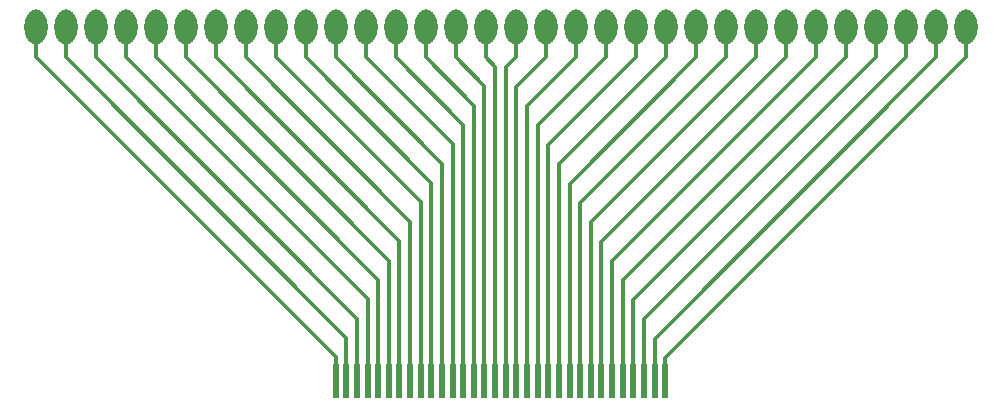
<source format=gbr>
G04 DipTrace 3.3.1.1*
G04 Top.gbr*
%MOIN*%
G04 #@! TF.FileFunction,Copper,L1,Top*
G04 #@! TF.Part,Single*
%AMOUTLINE0*
4,1,20,
0.03937,0.0,
0.037443,-0.018249,
0.031851,-0.034712,
0.023141,-0.047777,
0.012166,-0.056165,
0.0,-0.059055,
-0.012166,-0.056165,
-0.023141,-0.047777,
-0.031851,-0.034712,
-0.037443,-0.018249,
-0.03937,0.0,
-0.037443,0.018249,
-0.031851,0.034712,
-0.023141,0.047777,
-0.012166,0.056165,
0.0,0.059055,
0.012166,0.056165,
0.023141,0.047777,
0.031851,0.034712,
0.037443,0.018249,
0.03937,0.0,
0*%
G04 #@! TA.AperFunction,Conductor*
%ADD14C,0.012992*%
%ADD15R,0.019685X0.11811*%
G04 #@! TA.AperFunction,ComponentPad*
%ADD26OUTLINE0*%
%FSLAX26Y26*%
G04*
G70*
G90*
G75*
G01*
G04 Top*
%LPD*%
X2031496Y492126D2*
D14*
Y1537795D1*
X2000000Y1569291D1*
Y1669291D1*
X2066929Y492126D2*
Y1536220D1*
X2100000Y1569291D1*
Y1669291D1*
X2102362Y492126D2*
Y1471654D1*
X2200000Y1569291D1*
Y1669291D1*
X2137795Y492126D2*
Y1407087D1*
X2300000Y1569291D1*
Y1669291D1*
X2173228Y492126D2*
Y1342520D1*
X2400000Y1569291D1*
Y1669291D1*
X2208661Y492126D2*
Y1277953D1*
X2500000Y1569291D1*
Y1669291D1*
X2244094Y492126D2*
Y1213386D1*
X2600000Y1569291D1*
Y1669291D1*
X2279528Y492126D2*
Y1148819D1*
X2700000Y1569291D1*
Y1669291D1*
X2314961Y492126D2*
Y1084252D1*
X2800000Y1569291D1*
Y1669291D1*
X2350394Y492126D2*
Y1019685D1*
X2900000Y1569291D1*
Y1669291D1*
X2385827Y492126D2*
Y955118D1*
X3000000Y1569291D1*
Y1669291D1*
X2421260Y492126D2*
Y890551D1*
X3100000Y1569291D1*
Y1669291D1*
X2456693Y492126D2*
Y825984D1*
X3200000Y1569291D1*
Y1669291D1*
X2492126Y492126D2*
Y761417D1*
X3300000Y1569291D1*
Y1669291D1*
X2527559Y492126D2*
Y696850D1*
X3400000Y1569291D1*
Y1669291D1*
X2562992Y492126D2*
Y632283D1*
X3500000Y1569291D1*
Y1669291D1*
X2598425Y492126D2*
Y567717D1*
X3600000Y1569291D1*
Y1669291D1*
X1500000Y492126D2*
Y569291D1*
X500000Y1569291D1*
Y1669291D1*
X1535433Y492126D2*
Y633858D1*
X600000Y1569291D1*
Y1669291D1*
X1570866Y492126D2*
Y698425D1*
X700000Y1569291D1*
Y1669291D1*
X1996063Y492126D2*
Y1473228D1*
X1900000Y1569291D1*
Y1669291D1*
X1960630Y492126D2*
Y1408661D1*
X1800000Y1569291D1*
Y1669291D1*
X1925197Y492126D2*
Y1344094D1*
X1700000Y1569291D1*
Y1669291D1*
X1889764Y492126D2*
Y1279528D1*
X1600000Y1569291D1*
Y1669291D1*
X1854331Y492126D2*
Y1214961D1*
X1500000Y1569291D1*
Y1669291D1*
X1818898Y492126D2*
Y1150394D1*
X1400000Y1569291D1*
Y1669291D1*
X1783465Y492126D2*
Y1085827D1*
X1300000Y1569291D1*
Y1669291D1*
X1748031Y492126D2*
Y1021260D1*
X1200000Y1569291D1*
Y1669291D1*
X1712598Y492126D2*
Y956693D1*
X1100000Y1569291D1*
Y1669291D1*
X1677165Y492126D2*
Y892126D1*
X1000000Y1569291D1*
Y1669291D1*
X1641732Y492126D2*
Y827559D1*
X900000Y1569291D1*
Y1669291D1*
X1606299Y492126D2*
Y762992D1*
X800000Y1569291D1*
Y1669291D1*
D15*
X1500000Y492126D3*
X1535433D3*
X1570866D3*
X1606299D3*
X1641732D3*
X1677165D3*
X1712598D3*
X1748031D3*
X1783465D3*
X1818898D3*
X1854331D3*
X1889764D3*
X1925197D3*
X1960630D3*
X1996063D3*
X2031496D3*
X2066929D3*
X2102362D3*
X2137795D3*
X2173228D3*
X2208661D3*
X2244094D3*
X2279528D3*
X2314961D3*
X2350394D3*
X2385827D3*
X2421260D3*
X2456693D3*
X2492126D3*
X2527559D3*
X2562992D3*
X2598425D3*
D26*
X500000Y1669291D3*
X600000D3*
X700000D3*
X800000D3*
X900000D3*
X1000000D3*
X1100000D3*
X1200000D3*
X1300000D3*
X1400000D3*
X1500000D3*
X1600000D3*
X1700000D3*
X1800000D3*
X1900000D3*
X2000000D3*
X2100000D3*
X2200000D3*
X2300000D3*
X2400000D3*
X2500000D3*
X2600000D3*
X2700000D3*
X2800000D3*
X2900000D3*
X3000000D3*
X3100000D3*
X3200000D3*
X3300000D3*
X3400000D3*
X3500000D3*
X3600000D3*
M02*

</source>
